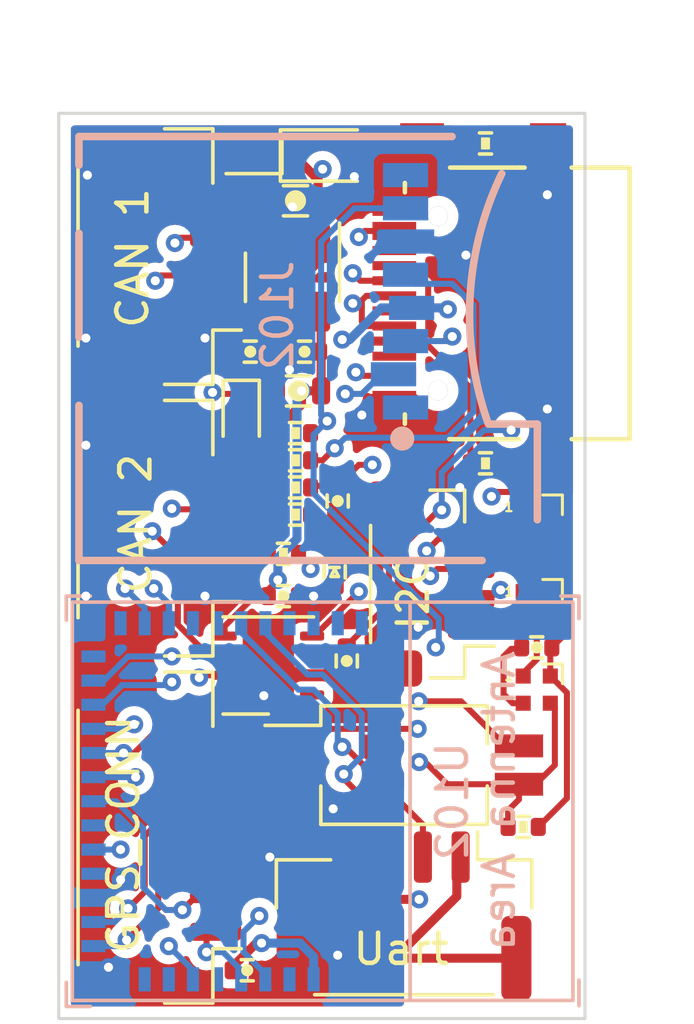
<source format=kicad_pcb>
(kicad_pcb (version 20221018) (generator pcbnew)
  (layers (0 "F.Cu" signal) (1 "In1.Cu" power "gnd-plane In1.Cu") (2 "In2.Cu" signal) (31 "B.Cu" mixed) (34 "B.Paste" user) (35 "F.Paste" user) (36 "B.SilkS" user "B.Silkscreen") (37 "F.SilkS" user "F.Silkscreen") (38 "B.Mask" user) (39 "F.Mask" user) (44 "Edge.Cuts" user))
  (net 0 "")
  (net 1 "+5V")
  (net 2 "+3V3")
  (net 3 "GND")
  (net 4 "/CAN_tranciever/CANH")
  (net 5 "/CAN_tranciever/CANL")
  (net 6 "Net-(U101-BP)")
  (net 7 "/ESP32_EN")
  (net 8 "/led_d1")
  (net 9 "/led_d2")
  (net 13 "/USB connector/USB_CC1")
  (net 14 "/USB_DP")
  (net 15 "/USB_DM")
  (net 17 "/USB connector/USB_CC2")
  (net 22 "/CAN_TX")
  (net 23 "/CAN_RX")
  (net 24 "/LED_BL_R")
  (net 29 "/BOOT{slash}GPIO9")
  (net 30 "/SD_CS")
  (net 31 "/SD_MOSI")
  (net 33 "/SD_MISO")
  (net 34 "/ESC_UART_TX")
  (net 35 "/ESC_UART_RX")
  (net 37 "/GPS_BOOT{slash}SCL")
  (net 38 "/GPS_PPS{slash}SDA")
  (net 39 "/GPS_UART_TX")
  (net 40 "/GPS_UART_RX")
  (net 41 "/SD_SCK")
  (net 45 "/CAN1_5V_D")
  (net 46 "/CAN2_5V_D")
  (net 49 "USB_VBUS")
  (net 50 "/CAN_R")
  (footprint "LED_SMD:LED_SK6812_EC15_1.5x1.5mm" (layer "F.Cu") (at 150.6 83.5)
    (fp_text reference "D107" hide)
    (fp_text value "SK6805")
  )
  (footprint "pkl_dipol:C_0603" (layer "F.Cu") (at 142.6 72.9 180)
    (fp_text reference "C101")
    (fp_text value "10uF")
  )
  (footprint "pkl_dipol:C_0402" (layer "F.Cu") (at 141 98.4 180)
    (fp_text reference "C108")
    (fp_text value "2.2uF")
  )
  (footprint "pkl_dipol:R_0402" (layer "F.Cu") (at 150.15 93.65 180)
    (fp_text reference "R105")
    (fp_text value "5.1kΩ")
  )
  (footprint "Connector_JST:JST_GH_BM04B-GHS-TBT_1x04-1MP_P1.25mm_Vertical" (layer "F.Cu") (at 146.2 96.6 180)
    (fp_text reference "P103" hide)
    (fp_text value "Uart")
  )
  (footprint "pkl_dipol:D_0402" (layer "F.Cu") (at 143.9 85.2 -90)
    (fp_text reference "D103")
    (fp_text value "BLUE")
  )
  (footprint "pkl_dipol:C_0402" (layer "F.Cu") (at 142.2 86 180)
    (fp_text reference "C107")
    (fp_text value "2.2uF")
  )
  (footprint "pkl_dipol:R_0402" (layer "F.Cu") (at 142.6 82.4)
    (fp_text reference "R106")
    (fp_text value "5.1kΩ")
  )
  (footprint "pkl_dipol:C_0603" (layer "F.Cu") (at 142.7 79.2 180)
    (fp_text reference "C104")
    (fp_text value "10uF")
  )
  (footprint "Connector_JST:JST_GH_BM04B-GHS-TBT_1x04-1MP_P1.25mm_Vertical" (layer "F.Cu") (at 138 74.75 90)
    (fp_text reference "P101" hide)
    (fp_text value "CAN 1")
  )
  (footprint "Package_DFN_QFN:DFN-8-1EP_3x3mm_P0.65mm_EP1.7x2.05mm" (layer "F.Cu") (at 141.7 88.3 180)
    (fp_text reference "U201" hide)
    (fp_text value "TJA1051T-3")
  )
  (footprint "pkl_dipol:R_0402" (layer "F.Cu") (at 142.6 83.3 180)
    (fp_text reference "R102")
    (fp_text value "5.1kΩ")
  )
  (footprint "LED_SMD:LED_SK6812_EC15_1.5x1.5mm" (layer "F.Cu") (at 150.6 86.3)
    (fp_text reference "D106" hide)
    (fp_text value "SK6805")
  )
  (footprint "pkl_dipol:C_0402" (layer "F.Cu") (at 150.6 87.7)
    (fp_text reference "C106")
    (fp_text value "2.2uF")
  )
  (footprint "pkl_dipol:C_0402" (layer "F.Cu") (at 141.1 77.9)
    (fp_text reference "C102")
    (fp_text value "0.1uF")
  )
  (footprint "pkl_dipol:R_0402" (layer "F.Cu") (at 148.9 71 180)
    (fp_text reference "R301")
    (fp_text value "5.1kΩ")
  )
  (footprint "Diode_SMD:D_SOD-323" (layer "F.Cu") (at 143.6 71.4)
    (fp_text reference "D104" hide)
    (fp_text value "5V TVS")
  )
  (footprint "Diode_SMD:D_SOD-523" (layer "F.Cu") (at 141 71.4 180)
    (fp_text reference "D101" hide)
    (fp_text value "D")
  )
  (footprint "pkl_dipol:C_0402" (layer "F.Cu") (at 142.9 77.9 180)
    (fp_text reference "C103")
    (fp_text value "2.2uF")
  )
  (footprint "pkl_dipol:C_0402" (layer "F.Cu") (at 144 82.85 90)
    (fp_text reference "C105")
    (fp_text value "2.2uF")
  )
  (footprint "pkl_dipol:R_0402" (layer "F.Cu") (at 142.6 81.5)
    (fp_text reference "R103")
    (fp_text value "5.1kΩ")
  )
  (footprint "footprints:USB-C-SMD_YTC-TC16S-26-A" (layer "F.Cu") (at 148.4275 76.3 90)
    (fp_text reference "J301" hide)
    (fp_text value "USB_C_Receptacle_USB2.0")
  )
  (footprint "Diode_SMD:D_SOD-523" (layer "F.Cu") (at 140.8 80 -90)
    (fp_text reference "D102" hide)
    (fp_text value "D")
  )
  (footprint "Button_Switch_SMD:SW_DIP_SPSTx02_Slide_Copal_CHS-02B_W7.62mm_P1.27mm" (layer "F.Cu") (at 146.2 91.6)
    (fp_text reference "SW101" hide)
    (fp_text value "SW_DIP_x02")
  )
  (footprint "Connector_JST:JST_GH_BM06B-GHS-TBT_1x06-1MP_P1.25mm_Vertical" (layer "F.Cu") (at 138 94 90)
    (fp_text reference "J101" hide)
    (fp_text value "GPS_CONN")
  )
  (footprint "pkl_dipol:R_0402" (layer "F.Cu") (at 148.9 81.6 180)
    (fp_text reference "R302")
    (fp_text value "5.1kΩ")
  )
  (footprint "Package_TO_SOT_SMD:SOT-23-5" (layer "F.Cu") (at 142.5 75.4375 -90)
    (fp_text reference "U101" hide)
    (fp_text value "AP2210K-3.3TRG1")
  )
  (footprint "pkl_dipol:R_0402" (layer "F.Cu") (at 142.2 84.6)
    (fp_text reference "R101")
    (fp_text value "220Ω")
  )
  (footprint "Connector_JST:JST_GH_BM04B-GHS-TBT_1x04-1MP_P1.25mm_Vertical" (layer "F.Cu") (at 138 83.75 90)
    (fp_text reference "P102" hide)
    (fp_text value "CAN 2")
  )
  (footprint "pkl_dipol:R_0402" (layer "F.Cu") (at 142.6 80.6)
    (fp_text reference "R104")
    (fp_text value "5.1kΩ")
  )
  (footprint "LED_SMD:LED_SK6812_EC15_1.5x1.5mm" (layer "F.Cu") (at 150.6 89.1)
    (fp_text reference "D105" hide)
    (fp_text value "SK6805")
  )
  (footprint "Connector_JST:JST_SH_BM04B-SRSS-TB_1x04-1MP_P1.00mm_Vertical" (layer "F.Cu") (at 147.1 85.6 90)
    (fp_text reference "P104" hide)
    (fp_text value "I2C")
  )
  (footprint "pkl_dipol:C_0402" (layer "F.Cu") (at 144.3 88.15 -90)
    (fp_text reference "C201")
    (fp_text value "2.2uF")
  )
  (footprint "Espressif:ESP32-C3-MINI-1" (layer "B.Cu") (at 140.8 92.8 90)
    (fp_text reference "U102")
    (fp_text value "ESP32-C3-MINI-1")
  )
  (footprint "footprints:TF-SMD_TF-05" (layer "B.Cu") (at 143 77.8 -90)
    (fp_text reference "J102")
    (fp_text value "Micro_SD_Card")
  )
  (gr_rect (start 134.75 70) (end 152.2 100) (stroke (width 0.1)) (fill none) (layer "Edge.Cuts"))
  (segment (start 140.4 90.9) (end 141.15 91.65) (width 0.3) (layer "F.Cu") (net 1))
  (segment (start 144.3 93.95) (end 144.3 94.625) (width 0.3) (layer "F.Cu") (net 1))
  (segment (start 143.15 87.975) (end 143.975 87.975) (width 0.2) (layer "F.Cu") (net 1))
  (segment (start 143.45 74.9) (end 143.45 74.3) (width 0.2) (layer "F.Cu") (net 1))
  (segment (start 144.3 87.65) (end 145.7 86.25) (width 0.2) (layer "F.Cu") (net 1))
  (segment (start 143.975 87.975) (end 144.3 87.65) (width 0.2) (layer "F.Cu") (net 1))
  (segment (start 144.325 95.275) (end 144.325 94.65) (width 0.3) (layer "F.Cu") (net 1))
  (segment (start 142.95 75.4) (end 143.45 74.9) (width 0.2) (layer "F.Cu") (net 1))
  (segment (start 143.45 74.3) (end 143.45 73) (width 0.3) (layer "F.Cu") (net 1))
  (segment (start 143.45 73) (end 143.35 72.9) (width 0.3) (layer "F.Cu") (net 1))
  (segment (start 141.55 74.3) (end 141.55 74.95) (width 0.2) (layer "F.Cu") (net 1))
  (segment (start 143.35 72.9) (end 143.35 72) (width 0.3) (layer "F.Cu") (net 1))
  (segment (start 141.7 71.4) (end 142.55 71.4) (width 0.3) (layer "F.Cu") (net 1))
  (segment (start 145.7 86.25) (end 145.7 84.8) (width 0.2) (layer "F.Cu") (net 1))
  (segment (start 143.35 72) (end 143.5 71.85) (width 0.3) (layer "F.Cu") (net 1))
  (segment (start 142.4 93.95) (end 144.3 93.95) (width 0.3) (layer "F.Cu") (net 1))
  (segment (start 147.35 83.15) (end 147.45 83.15) (width 0.2) (layer "F.Cu") (net 1))
  (segment (start 140.029277 90.875) (end 140.054277 90.9) (width 0.3) (layer "F.Cu") (net 1))
  (segment (start 140.054277 90.9) (end 140.4 90.9) (width 0.3) (layer "F.Cu") (net 1))
  (segment (start 141.55 74.95) (end 142 75.4) (width 0.2) (layer "F.Cu") (net 1))
  (segment (start 141.15 91.65) (end 141.15 92.7) (width 0.3) (layer "F.Cu") (net 1))
  (segment (start 143.35 72.9) (end 143.35 72.2) (width 0.3) (layer "F.Cu") (net 1))
  (segment (start 145.1 96.05) (end 144.325 95.275) (width 0.3) (layer "F.Cu") (net 1))
  (segment (start 140.8 79.3) (end 139.9 79.3) (width 0.2) (layer "F.Cu") (net 1))
  (segment (start 146.7 96.05) (end 145.1 96.05) (width 0.3) (layer "F.Cu") (net 1))
  (segment (start 144.3 94.625) (end 144.325 94.65) (width 0.3) (layer "F.Cu") (net 1))
  (segment (start 139.9 79.3) (end 139.85 79.25) (width 0.2) (layer "F.Cu") (net 1))
  (segment (start 142 75.4) (end 142.95 75.4) (width 0.2) (layer "F.Cu") (net 1))
  (segment (start 141.15 92.7) (end 142.4 93.95) (width 0.3) (layer "F.Cu") (net 1))
  (segment (start 143.35 72.2) (end 142.55 71.4) (width 0.3) (layer "F.Cu") (net 1))
  (segment (start 139.95 90.875) (end 140.029277 90.875) (width 0.3) (layer "F.Cu") (net 1))
  (segment (start 145.7 84.8) (end 147.35 83.15) (width 0.2) (layer "F.Cu") (net 1))
  (via (at 146.7 96.05) (size 0.6) (drill 0.3) (layers "F.Cu" "B.Cu") (net 1))
  (via (at 143.5 71.85) (size 0.6) (drill 0.3) (layers "F.Cu" "B.Cu") (net 1))
  (via (at 139.85 79.25) (size 0.6) (drill 0.3) (layers "F.Cu" "B.Cu") (net 1))
  (via (at 149.75 80.5) (size 0.6) (drill 0.3) (layers "F.Cu" "B.Cu") (net 1))
  (via (at 147.45 83.15) (size 0.6) (drill 0.3) (layers "F.Cu" "B.Cu") (net 1))
  (segment (start 147.45 83.15) (end 147.45 81.9) (width 0.2) (layer "B.Cu") (net 1))
  (segment (start 147.45 81.9) (end 148.85 80.5) (width 0.2) (layer "B.Cu") (net 1))
  (segment (start 148.85 80.5) (end 149.75 80.5) (width 0.2) (layer "B.Cu") (net 1))
  (segment (start 143.45 77.95) (end 143.4 77.9) (width 0.3) (layer "F.Cu") (net 2))
  (segment (start 151.6 85.9) (end 151.6 87.2) (width 0.2) (layer "F.Cu") (net 2))
  (segment (start 151.05 88.65) (end 151.05 87.75) (width 0.2) (layer "F.Cu") (net 2))
  (segment (start 140.25 87) (end 141.25 86) (width 0.2) (layer "F.Cu") (net 2))
  (segment (start 142.8 79.2) (end 143.45 79.2) (width 0.3) (layer "F.Cu") (net 2))
  (segment (start 151.55 85.85) (end 151.6 85.9) (width 0.2) (layer "F.Cu") (net 2))
  (segment (start 141.7 85.78075) (end 142.015375 85.465375) (width 0.2) (layer "F.Cu") (net 2))
  (segment (start 142.1 80.6) (end 142.1 81.5) (width 0.2) (layer "F.Cu") (net 2))
  (segment (start 151.6 83.6) (end 151.6 85.9) (width 0.2) (layer "F.Cu") (net 2))
  (segment (start 151.6 89.2) (end 151.05 88.65) (width 0.2) (layer "F.Cu") (net 2))
  (segment (start 141.3 97.5) (end 140.5 98.3) (width 0.3) (layer "F.Cu") (net 2))
  (segment (start 151.05 87.75) (end 151.1 87.7) (width 0.2) (layer "F.Cu") (net 2))
  (segment (start 149.25 82.55) (end 150.55 82.55) (width 0.2) (layer "F.Cu") (net 2))
  (segment (start 151.05 83.05) (end 151.6 83.6) (width 0.2) (layer "F.Cu") (net 2))
  (segment (start 140.25 87.325) (end 140.25 87) (width 0.2) (layer "F.Cu") (net 2))
  (segment (start 140.5 98.3) (end 140.5 98.4) (width 0.3) (layer "F.Cu") (net 2))
  (segment (start 151.6 87.2) (end 151.1 87.7) (width 0.2) (layer "F.Cu") (net 2))
  (segment (start 142.1 80.35) (end 142.1 80.6) (width 0.3) (layer "F.Cu") (net 2))
  (segment (start 142.1 81.5) (end 142.1 82.4) (width 0.2) (layer "F.Cu") (net 2))
  (segment (start 151.6 92.7) (end 151.6 89.2) (width 0.2) (layer "F.Cu") (net 2))
  (segment (start 142.1 83.3) (end 142.1 82.4) (width 0.2) (layer "F.Cu") (net 2))
  (segment (start 151.05 85.85) (end 151.55 85.85) (width 0.2) (layer "F.Cu") (net 2))
  (segment (start 141.7 86) (end 141.7 85.78075) (width 0.2) (layer "F.Cu") (net 2))
  (segment (start 149.25 82.55) (end 149.1 82.7) (width 0.2) (layer "F.Cu") (net 2))
  (segment (start 143.45 77.85) (end 143.4 77.9) (width 0.3) (layer "F.Cu") (net 2))
  (segment (start 142.8 79.2) (end 142.8 79.65) (width 0.3) (layer "F.Cu") (net 2))
  (segment (start 143.45 76.575) (end 143.45 77.85) (width 0.3) (layer "F.Cu") (net 2))
  (segment (start 151.05 83.05) (end 150.55 82.55) (width 0.2) (layer "F.Cu") (net 2))
  (segment (start 141.4755 97.5) (end 141.3 97.5) (width 0.3) (layer "F.Cu") (net 2))
  (segment (start 149.400499 85.79681) (end 149.247309 85.95) (width 0.2) (layer "F.Cu") (net 2))
  (segment (start 148.575 85.95) (end 148.425 86.1) (width 0.2) (layer "F.Cu") (net 2))
  (segment (start 143.45 79.2) (end 143.45 77.95) (width 0.3) (layer "F.Cu") (net 2))
  (segment (start 142.8 79.65) (end 142.1 80.35) (width 0.3) (layer "F.Cu") (net 2))
  (segment (start 150.65 93.65) (end 151.6 92.7) (width 0.2) (layer "F.Cu") (net 2))
  (segment (start 149.247309 85.95) (end 148.575 85.95) (width 0.2) (layer "F.Cu") (net 2))
  (segment (start 141.25 86) (end 141.65 86) (width 0.2) (layer "F.Cu") (net 2))
  (via (at 149.400499 85.79681) (size 0.6) (drill 0.3) (layers "F.Cu" "B.Cu") (net 2))
  (via (at 141.4755 97.5) (size 0.6) (drill 0.3) (layers "F.Cu" "B.Cu") (net 2))
  (via (at 142.015375 85.465375) (size 0.6) (drill 0.3) (layers "F.Cu" "B.Cu") (net 2))
  (via (at 142.8 79.2) (size 0.6) (drill 0.3) (layers "F.Cu" "B.Cu") (net 2))
  (via (at 149.1 82.7) (size 0.6) (drill 0.3) (layers "F.Cu" "B.Cu") (net 2))
  (via (at 147.65 76.5) (size 0.6) (drill 0.3) (layers "F.Cu" "B.Cu") (net 2))
  (via (at 144.15 77.5) (size 0.6) (drill 0.3) (layers "F.Cu" "B.Cu") (net 2))
  (segment (start 142.75 97.5) (end 141.4755 97.5) (width 0.3) (layer "B.Cu") (net 2))
  (segment (start 147.6 76.45) (end 147.65 76.5) (width 0.3) (layer "B.Cu") (net 2))
  (segment (start 143.2 97.95) (end 142.75 97.5) (width 0.3) (layer "B.Cu") (net 2))
  (segment (start 143.2 98.7) (end 143.2 97.95) (width 0.3) (layer "B.Cu") (net 2))
  (segment (start 142.65 79.35) (end 142.65 84.1) (width 0.3) (layer "B.Cu") (net 2))
  (segment (start 144.4 77.5) (end 144.15 77.5) (width 0.3) (layer "B.Cu") (net 2))
  (segment (start 142.8 79.2) (end 142.65 79.35) (width 0.3) (layer "B.Cu") (net 2))
  (segment (start 145.45 76.45) (end 144.4 77.5) (width 0.3) (layer "B.Cu") (net 2))
  (segment (start 142.65 84.1) (end 142.015375 84.734625) (width 0.3) (layer "B.Cu") (net 2))
  (segment (start 146.45 76.45) (end 145.45 76.45) (width 0.3) (layer "B.Cu") (net 2))
  (segment (start 142.015375 84.734625) (end 142.015375 85.465375) (width 0.3) (layer "B.Cu") (net 2))
  (segment (start 146.45 76.45) (end 147.6 76.45) (width 0.3) (layer "B.Cu") (net 2))
  (segment (start 139.95 94.625) (end 141.725 94.625) (width 0.2) (layer "F.Cu") (net 3))
  (segment (start 150.9775 81.37) (end 150.9775 79.8275) (width 0.2) (layer "F.Cu") (net 3))
  (segment (start 148.3 82.75) (end 148.05 82.5) (width 0.2) (layer "F.Cu") (net 3))
  (segment (start 135.65 86) (end 136.6 86.95) (width 0.2) (layer "F.Cu") (net 3))
  (segment (start 150 83.95) (end 149.45 83.4) (width 0.2) (layer "F.Cu") (net 3))
  (segment (start 141.725 94.625) (end 141.75 94.65) (width 0.2) (layer "F.Cu") (net 3))
  (segment (start 149.8 89.55) (end 149.5 89.25) (width 0.2) (layer "F.Cu") (net 3))
  (segment (start 141.5245 89.275) (end 141.55 89.3005) (width 0.2) (layer "F.Cu") (net 3))
  (segment (start 150.9775 71.23) (end 150.9775 72.6725) (width 0.2) (layer "F.Cu") (net 3))
  (segment (start 146.668042 87.029781) (end 146.747823 86.95) (width 0.2) (layer "F.Cu") (net 3))
  (segment (start 145.3 79.5) (end 144.8 80) (width 0.2) (layer "F.Cu") (net 3))
  (segment (start 148.05 82.4) (end 147.8275 82.4) (width 0.2) (layer "F.Cu") (net 3))
  (segment (start 150.15 83.95) (end 150 83.95) (width 0.2) (layer "F.Cu") (net 3))
  (segment (start 142.5 74.3) (end 142.5 73.1) (width 0.2) (layer "F.Cu") (net 3))
  (segment (start 148.275 86.95) (end 148.425 87.1) (width 0.2) (layer "F.Cu") (net 3))
  (segment (start 139.95 77.1) (end 139.6 77.45) (width 0.2) (layer "F.Cu") (net 3))
  (segment (start 136.6 78.4) (end 135.65 77.45) (width 0.2) (layer "F.Cu") (net 3))
  (segment (start 149.925 98) (end 145.15 98) (width 0.3) (layer "F.Cu") (net 3))
  (segment (start 136.6 78.475) (end 136.6 78.4) (width 0.2) (layer "F.Cu") (net 3))
  (segment (start 144 97.9) (end 146 97.9) (width 0.3) (layer "F.Cu") (net 3))
  (segment (start 150.9775 79.8275) (end 150.95 79.8) (width 0.2) (layer "F.Cu") (net 3))
  (segment (start 142.4 77.9) (end 142.4 78.5) (width 0.2) (layer "F.Cu") (net 3))
  (segment (start 148.7 83.4) (end 148.3 83) (width 0.2) (layer "F.Cu") (net 3))
  (segment (start 136.6 71.15) (end 135.7 72.05) (width 0.2) (layer "F.Cu") (net 3))
  (segment (start 143.500498 85.7) (end 143.9 85.7) (width 0.2) (layer "F.Cu") (net 3))
  (segment (start 136.6 80.05) (end 135.65 81) (width 0.2) (layer "F.Cu") (net 3))
  (segment (start 145.8775 79.5) (end 145.3 79.5) (width 0.2) (layer "F.Cu") (net 3))
  (segment (start 139.5995 86.000498) (end 139.5995 85.9755) (width 0.2) (layer "F.Cu") (net 3))
  (segment (start 146.747823 86.95) (end 148.275 86.95) (width 0.2) (layer "F.Cu") (net 3))
  (segment (start 150.9775 72.6725) (end 150.95 72.7) (width 0.2) (layer "F.Cu") (net 3))
  (segment (start 148.3 83) (end 148.3 82.75) (width 0.2) (layer "F.Cu") (net 3))
  (segment (start 141.4755 98.2755) (end 141.5 98.3) (width 0.4) (layer "F.Cu") (net 3))
  (segment (start 143.15 88.625) (end 144.275 88.625) (width 0.2) (layer "F.Cu") (net 3))
  (segment (start 143.2 86.000498) (end 143.500498 85.7) (width 0.2) (layer "F.Cu") (net 3))
  (segment (start 136.6 71.025) (end 136.6 71.15) (width 0.2) (layer "F.Cu") (net 3))
  (segment (start 149.75 87.75) (end 150.05 87.75) (width 0.2) (layer "F.Cu") (net 3))
  (segment (start 147.95 94.8) (end 148.1 94.65) (width 0.3) (layer "F.Cu") (net 3))
  (segment (start 139.95 76.625) (end 139.95 77.1) (width 0.2) (layer "F.Cu") (net 3))
  (segment (start 147.95 95.95) (end 147.95 94.8) (width 0.3) (layer "F.Cu") (net 3))
  (segment (start 148.05 82.5) (end 148.05 82.4) (width 0.2) (layer "F.Cu") (net 3))
  (segment (start 149.5 88) (end 149.75 87.75) (width 0.2) (layer "F.Cu") (net 3))
  (segment (start 144.65 72) (end 144.55 72.1) (width 0.2) (layer "F.Cu") (net 3))
  (segment (start 149.5 89.25) (end 149.5 88) (width 0.2) (layer "F.Cu") (net 3))
  (segment (start 147.8275 82.4) (end 146.7975 81.37) (width 0.2) (layer "F.Cu") (net 3))
  (segment (start 140.25 89.275) (end 141.5245 89.275) (width 0.2) (layer "F.Cu") (net 3))
  (segment (start 150.05 87.75) (end 150.1 87.7) (width 0.2) (layer "F.Cu") (net 3))
  (segment (start 150.1 87.7) (end 150.1 86.75) (width 0.2) (layer "F.Cu") (net 3))
  (segment (start 144.275 88.625) (end 144.3 88.65) (width 0.2) (layer "F.Cu") (net 3))
  (segment (start 136.6 86.95) (end 136.6 87.475) (width 0.2) (layer "F.Cu") (net 3))
  (segment (start 145.9 83.7) (end 145.9 82.8) (width 0.2) (layer "F.Cu") (net 3))
  (segment (start 143.9 85.7) (end 145.9 83.7) (width 0.2) (layer "F.Cu") (net 3))
  (segment (start 139.5995 85.9755) (end 139.95 85.625) (width 0.2) (layer "F.Cu") (net 3))
  (segment (start 149.45 83.4) (end 148.7 83.4) (width 0.2) (layer "F.Cu") (net 3))
  (segment (start 150.15 89.55) (end 149.8 89.55) (width 0.2) (layer "F.Cu") (net 3))
  (segment (start 146 97.9) (end 147.95 95.95) (width 0.3) (layer "F.Cu") (net 3))
  (segment (start 144.65 71.4) (end 144.65 72) (width 0.2) (layer "F.Cu") (net 3))
  (segment (start 136.6 80.025) (end 136.6 80.05) (width 0.2) (layer "F.Cu") (net 3))
  (via (at 142.4 78.5) (size 0.6) (drill 0.3) (layers "F.Cu" "B.Cu") (net 3))
  (via (at 143.2 86.000498) (size 0.6) (drill 0.3) (layers "F.Cu" "B.Cu") (net 3))
  (via (at 136.8 95.4) (size 0.6) (drill 0.3) (layers "F.Cu" "B.Cu") (net 3))
  (via (at 139.6 77.45) (size 0.6) (drill 0.3) (layers "F.Cu" "B.Cu") (net 3))
  (via (at 150.95 72.7) (size 0.6) (drill 0.3) (layers "F.Cu" "B.Cu") (net 3))
  (via (at 146.668042 87.029781) (size 0.6) (drill 0.3) (layers "F.Cu" "B.Cu") (net 3))
  (via (at 144.55 72.1) (size 0.6) (drill 0.3) (layers "F.Cu" "B.Cu") (net 3))
  (via (at 135.65 86) (size 0.6) (drill 0.3) (layers "F.Cu" "B.Cu") (net 3))
  (via (at 142.5 73.1) (size 0.6) (drill 0.3) (layers "F.Cu" "B.Cu") (net 3))
  (via (at 141.75 94.65) (size 0.6) (drill 0.3) (layers "F.Cu" "B.Cu") (net 3))
  (via (at 136.4 98.3) (size 0.6) (drill 0.3) (layers "F.Cu" "B.Cu") (net 3))
  (via (at 144 97.9) (size 0.6) (drill 0.3) (layers "F.Cu" "B.Cu") (net 3))
  (via (at 148.25 74.7) (size 0.6) (drill 0.3) (layers "F.Cu" "B.Cu") (net 3))
  (via (at 143.85 93.05) (size 0.6) (drill 0.3) (layers "F.Cu" "B.Cu") (net 3))
  (via (at 135.65 77.45) (size 0.6) (drill 0.3) (layers "F.Cu" "B.Cu") (net 3))
  (via (at 135.7 72.05) (size 0.6) (drill 0.3) (layers "F.Cu" "B.Cu") (net 3))
  (via (at 135.65 81) (size 0.6) (drill 0.3) (layers "F.Cu" "B.Cu") (net 3))
  (via (at 144.8 80) (size 0.6) (drill 0.3) (layers "F.Cu" "B.Cu") (net 3))
  (via (at 141.55 89.3005) (size 0.6) (drill 0.3) (layers "F.Cu" "B.Cu") (net 3))
  (via (at 139.5995 86.000498) (size 0.6) (drill 0.3) (layers "F.Cu" "B.Cu") (net 3))
  (via (at 148.05 82.4) (size 0.6) (drill 0.3) (layers "F.Cu" "B.Cu") (net 3))
  (via (at 150.95 79.8) (size 0.6) (drill 0.3) (layers "F.Cu" "B.Cu") (net 3))
  (segment (start 143.85 93.05) (end 143.6 92.8) (width 0.2) (layer "B.Cu") (net 3))
  (segment (start 146.45 74.25) (end 147.8 74.25) (width 0.2) (layer "B.Cu") (net 3))
  (segment (start 144 97.9) (end 144 98.7) (width 0.2) (layer "B.Cu") (net 3))
  (segment (start 147.8 74.25) (end 148.25 74.7) (width 0.2) (layer "B.Cu") (net 3))
  (segment (start 135.9 96) (end 136.2 96) (width 0.2) (layer "B.Cu") (net 3))
  (segment (start 136.8 98.7) (end 136.4 98.3) (width 0.2) (layer "B.Cu") (net 3))
  (segment (start 143.6 92.8) (end 142.775 92.8) (width 0.2) (layer "B.Cu") (net 3))
  (segment (start 136.2 96) (end 136.8 95.4) (width 0.2) (layer "B.Cu") (net 3))
  (segment (start 139.481729 88.625) (end 139.407259 88.69947) (width 0.2) (layer "F.Cu") (net 4))
  (segment (start 142.935 90.965) (end 142.39 90.965) (width 0.2) (layer "F.Cu") (net 4))
  (segment (start 140.25 88.625) (end 139.481729 88.625) (width 0.2) (layer "F.Cu") (net 4))
  (segment (start 139.95 83.125) (end 138.525 83.125) (width 0.2) (layer "F.Cu") (net 4))
  (segment (start 138.775 74.125) (end 138.6 74.3) (width 0.2) (layer "F.Cu") (net 4))
  (segment (start 146.65 90.4) (end 143.5 90.4) (width 0.2) (layer "F.Cu") (net 4))
  (segment (start 139.95 74.125) (end 138.775 74.125) (width 0.2) (layer "F.Cu") (net 4))
  (segment (start 138.525 83.125) (end 138.5 83.1) (width 0.2) (layer "F.Cu") (net 4))
  (segment (start 143.5 90.4) (end 142.935 90.965) (width 0.2) (layer "F.Cu") (net 4))
  (via (at 138.5 83.1) (size 0.6) (drill 0.3) (layers "F.Cu" "B.Cu") (net 4))
  (via (at 139.407259 88.69947) (size 0.6) (drill 0.3) (layers "F.Cu" "B.Cu") (net 4))
  (via (at 146.65 90.4) (size 0.6) (drill 0.3) (layers "F.Cu" "B.Cu") (net 4))
  (via (at 138.6 74.3) (size 0.6) (drill 0.3) (layers "F.Cu" "B.Cu") (net 4))
  (segment (start 139.375 84.375) (end 139.95 84.375) (width 0.2) (layer "F.Cu") (net 5))
  (segment (start 138.125 75.375) (end 139.95 75.375) (width 0.2) (layer "F.Cu") (net 5))
  (segment (start 138.375 84.375) (end 137.85 83.85) (width 0.2) (layer "F.Cu") (net 5))
  (segment (start 138.7 86.95) (end 138.7 85.05) (width 0.2) (layer "F.Cu") (net 5))
  (segment (start 138.7 85.05) (end 139.375 84.375) (width 0.2) (layer "F.Cu") (net 5))
  (segment (start 139.95 84.375) (end 138.375 84.375) (width 0.2) (layer "F.Cu") (net 5))
  (segment (start 140.025 84.45) (end 141.5 84.45) (width 0.2) (layer "F.Cu") (net 5))
  (segment (start 137.95 75.55) (end 138.125 75.375) (width 0.2) (layer "F.Cu") (net 5))
  (segment (start 139.95 84.375) (end 140.025 84.45) (width 0.2) (layer "F.Cu") (net 5))
  (segment (start 140.25 87.975) (end 139.725 87.975) (width 0.2) (layer "F.Cu") (net 5))
  (segment (start 141.5 84.45) (end 141.65 84.6) (width 0.2) (layer "F.Cu") (net 5))
  (segment (start 139.725 87.975) (end 138.7 86.95) (width 0.2) (layer "F.Cu") (net 5))
  (via (at 137.95 75.55) (size 0.6) (drill 0.3) (layers "F.Cu" "B.Cu") (net 5))
  (via (at 137.85 83.85) (size 0.6) (drill 0.3) (layers "F.Cu" "B.Cu") (net 5))
  (segment (start 141.55 76.95) (end 140.6 77.9) (width 0.2) (layer "F.Cu") (net 6))
  (segment (start 141.55 76.575) (end 141.55 76.95) (width 0.2) (layer "F.Cu") (net 6))
  (segment (start 145.15 81.65) (end 144.7 81.65) (width 0.2) (layer "F.Cu") (net 7))
  (segment (start 144 82.35) (end 143.15 82.35) (width 0.2) (layer "F.Cu") (net 7))
  (segment (start 143.15 82.35) (end 143.1 82.4) (width 0.2) (layer "F.Cu") (net 7))
  (segment (start 144.7 81.65) (end 144 82.35) (width 0.2) (layer "F.Cu") (net 7))
  (via (at 138.4 97.6) (size 0.6) (drill 0.3) (layers "F.Cu" "B.Cu") (net 7))
  (via (at 145.15 81.65) (size 0.6) (drill 0.3) (layers "F.Cu" "B.Cu") (net 7))
  (segment (start 139.2 98.4) (end 138.4 97.6) (width 0.2) (layer "B.Cu") (net 7))
  (segment (start 139.2 98.7) (end 139.2 98.4) (width 0.2) (layer "B.Cu") (net 7))
  (segment (start 150.6 87.2) (end 150.6 88.1) (width 0.2) (layer "F.Cu") (net 8))
  (segment (start 151.05 86.75) (end 150.6 87.2) (width 0.2) (layer "F.Cu") (net 8))
  (segment (start 150.15 88.55) (end 150.15 88.65) (width 0.2) (layer "F.Cu") (net 8))
  (segment (start 150.6 88.1) (end 150.15 88.55) (width 0.2) (layer "F.Cu") (net 8))
  (segment (start 150.15 85.25) (end 150.15 85.85) (width 0.2) (layer "F.Cu") (net 9))
  (segment (start 151.05 83.95) (end 151.05 84.35) (width 0.2) (layer "F.Cu") (net 9))
  (segment (start 151.05 84.35) (end 150.15 85.25) (width 0.2) (layer "F.Cu") (net 9))
  (segment (start 148.4 81.6) (end 148.4 79.1) (width 0.2) (layer "F.Cu") (net 13))
  (segment (start 146.85 77.55) (end 145.8775 77.55) (width 0.2) (layer "F.Cu") (net 13))
  (segment (start 148.4 79.1) (end 146.85 77.55) (width 0.2) (layer "F.Cu") (net 13))
  (segment (start 144.75 75.55) (end 144.5 75.3) (width 0.2) (layer "F.Cu") (net 14))
  (segment (start 146.85 75.55) (end 145.8775 75.55) (width 0.2) (layer "F.Cu") (net 14))
  (segment (start 147 76.4) (end 147 75.7) (width 0.2) (layer "F.Cu") (net 14))
  (segment (start 146.85 76.55) (end 147 76.4) (width 0.2) (layer "F.Cu") (net 14))
  (segment (start 145.8775 75.55) (end 144.75 75.55) (width 0.2) (layer "F.Cu") (net 14))
  (segment (start 147 75.7) (end 146.85 75.55) (width 0.2) (layer "F.Cu") (net 14))
  (segment (start 145.8775 76.55) (end 146.85 76.55) (width 0.2) (layer "F.Cu") (net 14))
  (via (at 136.95 85.75) (size 0.6) (drill 0.3) (layers "F.Cu" "B.Cu") (net 14))
  (via (at 144.5 75.3) (size 0.6) (drill 0.3) (layers "F.Cu" "B.Cu") (net 14))
  (segment (start 136.95 85.75) (end 137.6 86.4) (width 0.2) (layer "B.Cu") (net 14))
  (segment (start 137.6 86.4) (end 137.6 86.9) (width 0.2) (layer "B.Cu") (net 14))
  (segment (start 144.8 76.4) (end 144.8 76.9) (width 0.2) (layer "F.Cu") (net 15))
  (segment (start 144.8 76.9) (end 144.95 77.05) (width 0.2) (layer "F.Cu") (net 15))
  (segment (start 144.95 76.05) (end 144.8 76.2) (width 0.2) (layer "F.Cu") (net 15))
  (segment (start 145.8775 76.05) (end 144.95 76.05) (width 0.2) (layer "F.Cu") (net 15))
  (segment (start 144.8 76.4) (end 144.7 76.3) (width 0.2) (layer "F.Cu") (net 15))
  (segment (start 144.95 77.05) (end 145.8775 77.05) (width 0.2) (layer "F.Cu") (net 15))
  (segment (start 144.7 76.3) (end 144.5 76.3) (width 0.2) (layer "F.Cu") (net 15))
  (segment (start 144.8 76.2) (end 144.8 76.4) (width 0.2) (layer "F.Cu") (net 15))
  (via (at 144.5 76.3) (size 0.6) (drill 0.3) (layers "F.Cu" "B.Cu") (net 15))
  (via (at 137.9 85.75) (size 0.6) (drill 0.3) (layers "F.Cu" "B.Cu") (net 15))
  (segment (start 138.4 86.25) (end 138.4 86.9) (width 0.2) (layer "B.Cu") (net 15))
  (segment (start 137.9 85.75) (end 138.4 86.25) (width 0.2) (layer "B.Cu") (net 15))
  (segment (start 147.4 74.55) (end 145.8775 74.55) (width 0.2) (layer "F.Cu") (net 17))
  (segment (start 148.4 73.55) (end 147.4 74.55) (width 0.2) (layer "F.Cu") (net 17))
  (segment (start 148.4 71) (end 148.4 73.55) (width 0.2) (layer "F.Cu") (net 17))
  (segment (start 137.25 91.2) (end 138.55 89.9) (width 0.2) (layer "F.Cu") (net 22))
  (segment (start 143.15 89.275) (end 142.525 89.9) (width 0.2) (layer "F.Cu") (net 22))
  (segment (start 138.55 89.9) (end 142.525 89.9) (width 0.2) (layer "F.Cu") (net 22))
  (segment (start 136.9 91.2) (end 137.25 91.2) (width 0.2) (layer "F.Cu") (net 22))
  (via (at 136.9 91.2) (size 0.6) (drill 0.3) (layers "F.Cu" "B.Cu") (net 22))
  (segment (start 135.9 91.2) (end 136.9 91.2) (width 0.2) (layer "B.Cu") (net 22))
  (segment (start 143.225 87.325) (end 143.15 87.325) (width 0.2) (layer "F.Cu") (net 23))
  (segment (start 144.7 85.85) (end 143.225 87.325) (width 0.2) (layer "F.Cu") (net 23))
  (via (at 137.3 92) (size 0.6) (drill 0.3) (layers "F.Cu" "B.Cu") (net 23))
  (via (at 144.7 85.85) (size 0.6) (drill 0.3) (layers "F.Cu" "B.Cu") (net 23))
  (segment (start 137.3 92) (end 135.9 92) (width 0.2) (layer "B.Cu") (net 23))
  (segment (start 143.1 83.3) (end 143.25 83.45) (width 0.2) (layer "F.Cu") (net 24))
  (segment (start 143.25 83.45) (end 143.25 84.05) (width 0.2) (layer "F.Cu") (net 24))
  (segment (start 143.25 84.05) (end 143.9 84.7) (width 0.2) (layer "F.Cu") (net 24))
  (segment (start 151.2 91.6) (end 150.565 92.235) (width 0.2) (layer "F.Cu") (net 29))
  (segment (start 149.65 93.1) (end 150.01 92.74) (width 0.2) (layer "F.Cu") (net 29))
  (segment (start 151.2 89.7) (end 151.2 91.6) (width 0.2) (layer "F.Cu") (net 29))
  (segment (start 150.565 92.235) (end 150.01 92.235) (width 0.2) (layer "F.Cu") (net 29))
  (segment (start 146.7 91.5) (end 146.9 91.5) (width 0.2) (layer "F.Cu") (net 29))
  (segment (start 149.65 93.65) (end 149.65 93.1) (width 0.2) (layer "F.Cu") (net 29))
  (segment (start 150.01 92.74) (end 150.01 92.235) (width 0.2) (layer "F.Cu") (net 29))
  (segment (start 151.05 89.55) (end 151.2 89.7) (width 0.2) (layer "F.Cu") (net 29))
  (segment (start 146.9 91.5) (end 147.635 92.235) (width 0.2) (layer "F.Cu") (net 29))
  (segment (start 147.635 92.235) (end 150.01 92.235) (width 0.2) (layer "F.Cu") (net 29))
  (via (at 138.5 88) (size 0.6) (drill 0.3) (layers "F.Cu" "B.Cu") (net 29))
  (via (at 146.7 91.5) (size 0.6) (drill 0.3) (layers "F.Cu" "B.Cu") (net 29))
  (segment (start 135.9 88.8) (end 136.25 88.8) (width 0.2) (layer "B.Cu") (net 29))
  (segment (start 137.05 88) (end 138.5 88) (width 0.2) (layer "B.Cu") (net 29))
  (segment (start 136.25 88.8) (end 137.05 88) (width 0.2) (layer "B.Cu") (net 29))
  (via (at 144.25 79.3) (size 0.6) (drill 0.3) (layers "F.Cu" "B.Cu") (net 30))
  (via (at 136.8 94.4) (size 0.6) (drill 0.3) (layers "F.Cu" "B.Cu") (net 30))
  (segment (start 145.45 78.65) (end 144.8 79.3) (width 0.2) (layer "B.Cu") (net 30))
  (segment (start 135.9 94.4) (end 136.8 94.4) (width 0.2) (layer "B.Cu") (net 30))
  (segment (start 145.85 78.65) (end 145.45 78.65) (width 0.2) (layer "B.Cu") (net 30))
  (segment (start 144.8 79.3) (end 144.25 79.3) (width 0.2) (layer "B.Cu") (net 30))
  (via (at 147.8 77.4) (size 0.6) (drill 0.3) (layers "F.Cu" "B.Cu") (net 31))
  (via (at 137.25 90.25) (size 0.6) (drill 0.3) (layers "F.Cu" "B.Cu") (net 31))
  (segment (start 137.3 90.4) (end 137.25 90.35) (width 0.2) (layer "B.Cu") (net 31))
  (segment (start 135.9 90.4) (end 137.3 90.4) (width 0.2) (layer "B.Cu") (net 31))
  (segment (start 146.25 77.55) (end 147.65 77.55) (width 0.2) (layer "B.Cu") (net 31))
  (segment (start 137.25 90.35) (end 137.25 90.25) (width 0.2) (layer "B.Cu") (net 31))
  (segment (start 147.65 77.55) (end 147.8 77.4) (width 0.2) (layer "B.Cu") (net 31))
  (segment (start 143.1 80.6) (end 143.25 80.6) (width 0.2) (layer "F.Cu") (net 33))
  (segment (start 143.25 80.6) (end 143.65 80.2) (width 0.2) (layer "F.Cu") (net 33))
  (via (at 143.65 80.2) (size 0.6) (drill 0.3) (layers "F.Cu" "B.Cu") (net 33))
  (via (at 147.25 87.7) (size 0.6) (drill 0.3) (layers "F.Cu" "B.Cu") (net 33))
  (via (at 141.4 96.6) (size 0.6) (drill 0.3) (layers "F.Cu" "B.Cu") (net 33))
  (segment (start 147.25 87.7) (end 147.35 87.6) (width 0.2) (layer "B.Cu") (net 33))
  (segment (start 143.45 80) (end 143.45 74.25) (width 0.2) (layer "B.Cu") (net 33))
  (segment (start 141.6 98.7) (end 141.6 98.5222) (width 0.2) (layer "B.Cu") (net 33))
  (segment (start 140.8755 97.7977) (end 140.8755 97.1245) (width 0.2) (layer "B.Cu") (net 33))
  (segment (start 140.8755 97.1245) (end 141.4 96.6) (width 0.2) (layer "B.Cu") (net 33))
  (segment (start 147.35 87.6) (end 147.35 86.75) (width 0.2) (layer "B.Cu") (net 33))
  (segment (start 144.55 73.15) (end 146.25 73.15) (width 0.2) (layer "B.Cu") (net 33))
  (segment (start 141.6 98.5222) (end 140.8755 97.7977) (width 0.2) (layer "B.Cu") (net 33))
  (segment (start 147.35 86.75) (end 143.2 82.6) (width 0.2) (layer "B.Cu") (net 33))
  (segment (start 143.2 82.6) (end 143.2 80.65) (width 0.2) (layer "B.Cu") (net 33))
  (segment (start 143.2 80.65) (end 143.65 80.2) (width 0.2) (layer "B.Cu") (net 33))
  (segment (start 143.45 74.25) (end 144.55 73.15) (width 0.2) (layer "B.Cu") (net 33))
  (segment (start 143.65 80.2) (end 143.45 80) (width 0.2) (layer "B.Cu") (net 33))
  (segment (start 146.825 93.575) (end 144.25 91) (width 0.2) (layer "F.Cu") (net 34))
  (segment (start 146.825 94.65) (end 146.825 93.575) (width 0.2) (layer "F.Cu") (net 34))
  (segment (start 144.25 91) (end 144.15 91) (width 0.2) (layer "F.Cu") (net 34))
  (via (at 144.15 91) (size 0.6) (drill 0.3) (layers "F.Cu" "B.Cu") (net 34))
  (segment (start 140.8 87.2) (end 140.8 86.9) (width 0.2) (layer "B.Cu") (net 34))
  (segment (start 142.7 89.1) (end 140.8 87.2) (width 0.2) (layer "B.Cu") (net 34))
  (segment (start 144 89.9) (end 143.2 89.1) (width 0.2) (layer "B.Cu") (net 34))
  (segment (start 143.2 89.1) (end 142.7 89.1) (width 0.2) (layer "B.Cu") (net 34))
  (segment (start 144 90.85) (end 144 89.9) (width 0.2) (layer "B.Cu") (net 34))
  (segment (start 144.15 91) (end 144 90.85) (width 0.2) (layer "B.Cu") (net 34))
  (segment (start 145.575 94.65) (end 145.575 93.425) (width 0.2) (layer "F.Cu") (net 35))
  (segment (start 145.575 93.425) (end 144.2 92.05) (width 0.2) (layer "F.Cu") (net 35))
  (segment (start 144.2 92.05) (end 144.2 91.9) (width 0.2) (layer "F.Cu") (net 35))
  (via (at 144.2 91.9) (size 0.6) (drill 0.3) (layers "F.Cu" "B.Cu") (net 35))
  (segment (start 144.8 89.9) (end 143.5 88.6) (width 0.2) (layer "B.Cu") (net 35))
  (segment (start 144.8 91.3) (end 144.8 89.9) (width 0.2) (layer "B.Cu") (net 35))
  (segment (start 144.2 91.9) (end 144.8 91.3) (width 0.2) (layer "B.Cu") (net 35))
  (segment (start 143.5 88.6) (end 143 88.6) (width 0.2) (layer "B.Cu") (net 35))
  (segment (start 143 88.6) (end 141.6 87.2) (width 0.2) (layer "B.Cu") (net 35))
  (segment (start 141.6 87.2) (end 141.6 86.9) (width 0.2) (layer "B.Cu") (net 35))
  (segment (start 147.348757 84.1) (end 148.425 84.1) (width 0.2) (layer "F.Cu") (net 37))
  (segment (start 139.675 97.125) (end 139.65 97.15) (width 0.2) (layer "F.Cu") (net 37))
  (segment (start 146.949257 84.4995) (end 147.348757 84.1) (width 0.2) (layer "F.Cu") (net 37))
  (segment (start 139.65 97.15) (end 139.65 97.8) (width 0.2) (layer "F.Cu") (net 37))
  (segment (start 139.95 97.125) (end 139.675 97.125) (width 0.2) (layer "F.Cu") (net 37))
  (via (at 146.949257 84.4995) (size 0.6) (drill 0.3) (layers "F.Cu" "B.Cu") (net 37))
  (via (at 139.65 97.8) (size 0.6) (drill 0.3) (layers "F.Cu" "B.Cu") (net 37))
  (segment (start 140.2 97.8) (end 140.8 98.4) (width 0.2) (layer "B.Cu") (net 37))
  (segment (start 140.8 98.4) (end 140.8 98.7) (width 0.2) (layer "B.Cu") (net 37))
  (segment (start 139.65 97.8) (end 140.2 97.8) (width 0.2) (layer "B.Cu") (net 37))
  (segment (start 147.300858 85.1) (end 148.425 85.1) (width 0.2) (layer "F.Cu") (net 38))
  (segment (start 139.775 96.05) (end 139.95 95.875) (width 0.2) (layer "F.Cu") (net 38))
  (segment (start 147.064841 85.336017) (end 147.300858 85.1) (width 0.2) (layer "F.Cu") (net 38))
  (segment (start 139.201911 96.05) (end 139.775 96.05) (width 0.2) (layer "F.Cu") (net 38))
  (segment (start 138.85 96.401911) (end 139.201911 96.05) (width 0.2) (layer "F.Cu") (net 38))
  (via (at 147.064841 85.336017) (size 0.6) (drill 0.3) (layers "F.Cu" "B.Cu") (net 38))
  (via (at 138.85 96.401911) (size 0.6) (drill 0.3) (layers "F.Cu" "B.Cu") (net 38))
  (segment (start 136.65 92.8) (end 135.9 92.8) (width 0.2) (layer "B.Cu") (net 38))
  (segment (start 137.55 93.7) (end 136.65 92.8) (width 0.2) (layer "B.Cu") (net 38))
  (segment (start 138.85 96.401911) (end 138.301911 96.401911) (width 0.2) (layer "B.Cu") (net 38))
  (segment (start 137.55 95.65) (end 137.55 93.7) (width 0.2) (layer "B.Cu") (net 38))
  (segment (start 138.301911 96.401911) (end 137.55 95.65) (width 0.2) (layer "B.Cu") (net 38))
  (segment (start 138.05 96.35) (end 137 97.4) (width 0.2) (layer "F.Cu") (net 39))
  (segment (start 139.95 93.375) (end 139.425 93.375) (width 0.2) (layer "F.Cu") (net 39))
  (segment (start 139.425 93.375) (end 138.05 94.75) (width 0.2) (layer "F.Cu") (net 39))
  (segment (start 138.05 94.75) (end 138.05 96.35) (width 0.2) (layer "F.Cu") (net 39))
  (via (at 137 97.4) (size 0.6) (drill 0.3) (layers "F.Cu" "B.Cu") (net 39))
  (segment (start 136.8 97.6) (end 137 97.4) (width 0.2) (layer "B.Cu") (net 39))
  (segment (start 135.9 97.6) (end 136.8 97.6) (width 0.2) (layer "B.Cu") (net 39))
  (segment (start 137.6 93.95) (end 139.45 92.1) (width 0.2) (layer "F.Cu") (net 40))
  (segment (start 139.45 92.1) (end 140 92.1) (width 0.2) (layer "F.Cu") (net 40))
  (segment (start 137.05 96.35) (end 137.6 95.8) (width 0.2) (layer "F.Cu") (net 40))
  (segment (start 137.6 95.8) (end 137.6 93.95) (width 0.2) (layer "F.Cu") (net 40))
  (via (at 137.05 96.35) (size 0.6) (drill 0.3) (layers "F.Cu" "B.Cu") (net 40))
  (segment (start 135.9 96.8) (end 136.6 96.8) (width 0.2) (layer "B.Cu") (net 40))
  (segment (start 136.6 96.8) (end 137.05 96.35) (width 0.2) (layer "B.Cu") (net 40))
  (segment (start 143.5 81.5) (end 143.9 81.1) (width 0.2) (layer "F.Cu") (net 41))
  (segment (start 143.1 81.5) (end 143.5 81.5) (width 0.2) (layer "F.Cu") (net 41))
  (via (at 143.9 81.1) (size 0.6) (drill 0.3) (layers "F.Cu" "B.Cu") (net 41))
  (via (at 138.5 88.85) (size 0.6) (drill 0.3) (layers "F.Cu" "B.Cu") (net 41))
  (segment (start 148.5 79.9) (end 148.5 76.35) (width 0.2) (layer "B.Cu") (net 41))
  (segment (start 138.4 88.95) (end 136.85 88.95) (width 0.2) (layer "B.Cu") (net 41))
  (segment (start 148.5 76.35) (end 147.8 75.65) (width 0.2) (layer "B.Cu") (net 41))
  (segment (start 143.9 81.1) (end 144.25 80.75) (width 0.2) (layer "B.Cu") (net 41))
  (segment (start 144.25 80.75) (end 147.65 80.75) (width 0.2) (layer "B.Cu") (net 41))
  (segment (start 146.55 75.65) (end 146.25 75.35) (width 0.2) (layer "B.Cu") (net 41))
  (segment (start 136.85 88.95) (end 136.2 89.6) (width 0.2) (layer "B.Cu") (net 41))
  (segment (start 136.2 89.6) (end 135.9 89.6) (width 0.2) (layer "B.Cu") (net 41))
  (segment (start 147.65 80.75) (end 148.5 79.9) (width 0.2) (layer "B.Cu") (net 41))
  (segment (start 147.8 75.65) (end 146.55 75.65) (width 0.2) (layer "B.Cu") (net 41))
  (segment (start 138.5 88.85) (end 138.4 88.95) (width 0.2) (layer "B.Cu") (net 41))
  (segment (start 139.95 71.75) (end 140.3 71.4) (width 0.3) (layer "F.Cu") (net 45))
  (segment (start 139.95 72.875) (end 139.95 71.75) (width 0.3) (layer "F.Cu") (net 45))
  (segment (start 140.8 81.025) (end 139.95 81.875) (width 0.3) (layer "F.Cu") (net 46))
  (segment (start 140.8 80.7) (end 140.8 81.025) (width 0.3) (layer "F.Cu") (net 46))
  (segment (start 144.600498 78.581423) (end 144.719075 78.7) (width 0.2) (layer "F.Cu") (net 49))
  (segment (start 144.9 73.9) (end 144.7 74.1) (width 0.2) (layer "F.Cu") (net 49))
  (segment (start 144.719075 78.7) (end 145.8775 78.7) (width 0.2) (layer "F.Cu") (net 49))
  (segment (start 145.8775 73.9) (end 144.9 73.9) (width 0.2) (layer "F.Cu") (net 49))
  (via (at 144.600498 78.581423) (size 0.6) (drill 0.3) (layers "F.Cu" "B.Cu") (net 49))
  (via (at 144.7 74.1) (size 0.6) (drill 0.3) (layers "F.Cu" "B.Cu") (net 49))
  (segment (start 148.087411 89.487411) (end 149.565 90.965) (width 0.2) (layer "F.Cu") (net 50))
  (segment (start 143.1 85.1) (end 143.1 85) (width 0.2) (layer "F.Cu") (net 50))
  (segment (start 149.565 90.965) (end 150.01 90.965) (width 0.2) (layer "F.Cu") (net 50))
  (segment (start 146.684075 89.487411) (end 148.087411 89.487411) (width 0.2) (layer "F.Cu") (net 50))
  (segment (start 143.1 85) (end 142.7 84.6) (width 0.2) (layer "F.Cu") (net 50))
  (via (at 143.1 85.1) (size 0.6) (drill 0.3) (layers "F.Cu" "B.Cu") (net 50))
  (via (at 146.684075 89.487411) (size 0.6) (drill 0.3) (layers "F.Cu" "B.Cu") (net 50))
  (zone (net 3) (net_name "GND") (layers "F.Cu" "In1.Cu" "In2.Cu" "B.Cu") (name "gnd") (priority 2) (connect_pads yes (clearance 0.3)) (min_thickness 0.254) (fill yes (thermal_gap 0.508) (thermal_bridge_width 0.508) (smoothing chamfer) (radius 0.1) (island_removal_mode 1) (island_area_min 0))
    (polygon (pts (xy 152.1 99.9) (xy 134.8 99.9) (xy 134.8 70.1) (xy 152.1 70.1)))
  )
  (zone (net 0) (net_name "") (layers "F.Cu" "In1.Cu" "In2.Cu" "B.Cu") (name "gnd") (connect_pads yes (clearance 0)) (min_thickness 0.254)
    (keepout (tracks allowed) (vias allowed) (pads allowed) (copperpour not_allowed) (footprints allowed))
    (fill (thermal_gap 0.508) (thermal_bridge_width 0.508) (island_removal_mode 1) (island_area_min 0))
    (polygon (pts (xy 146.2 87.45) (xy 152.15 87.45) (xy 152.15 99.85) (xy 152.1 99.9) (xy 146.2 99.9)))
  )
)
</source>
